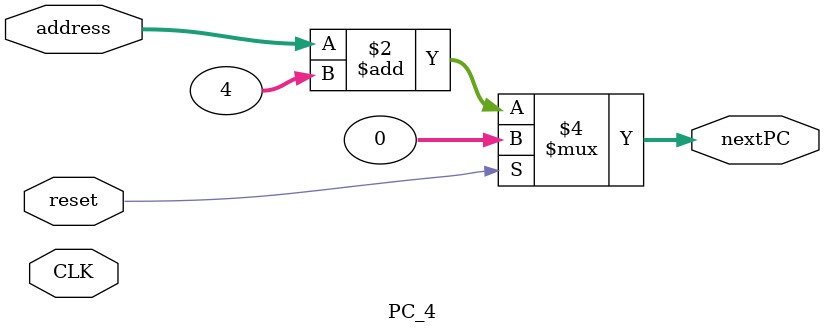
<source format=v>
module PC_4(
    input [31:0]address,
    input CLK,
    input reset,
    output reg[31:0]nextPC
    );
    
    
    
    always@(*)begin
        if(reset)begin
            nextPC=32'h00000000;
        end
        else
            nextPC=address+4;
    end
endmodule

</source>
